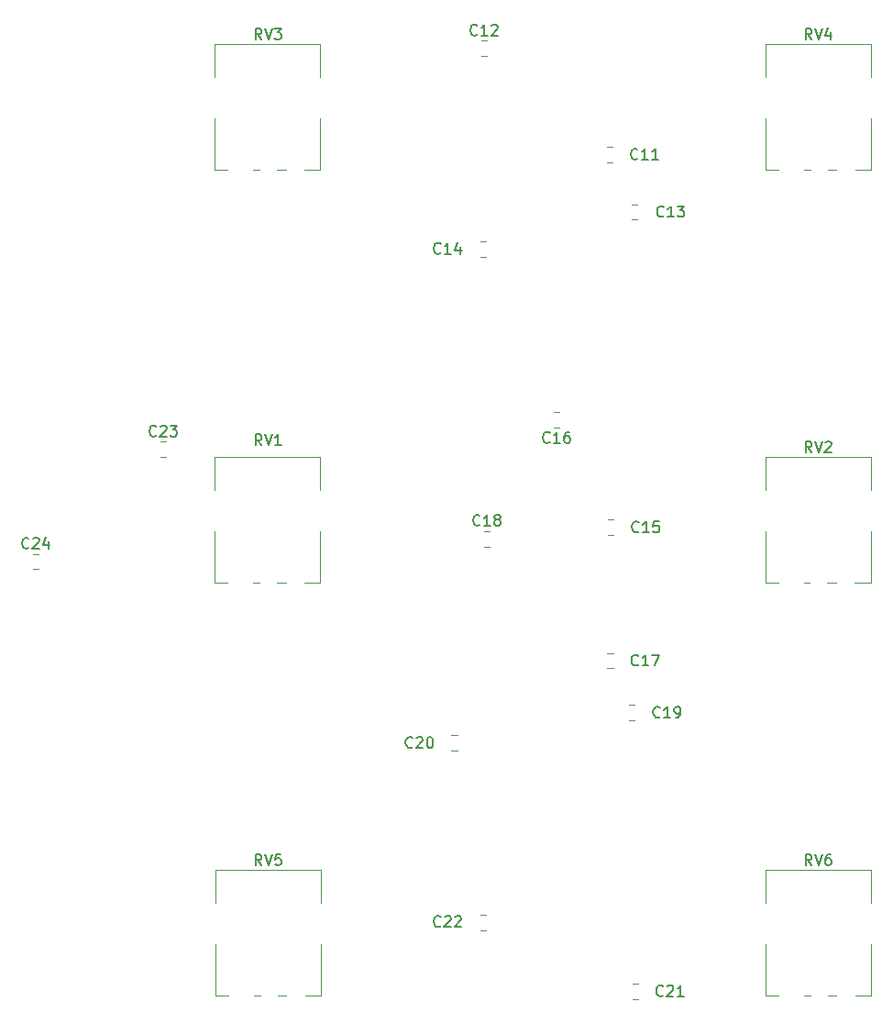
<source format=gbr>
%TF.GenerationSoftware,KiCad,Pcbnew,5.1.6-c6e7f7d~86~ubuntu18.04.1*%
%TF.CreationDate,2020-06-20T09:42:55-04:00*%
%TF.ProjectId,dual_MS20_VCF,6475616c-5f4d-4533-9230-5f5643462e6b,rev?*%
%TF.SameCoordinates,Original*%
%TF.FileFunction,Legend,Top*%
%TF.FilePolarity,Positive*%
%FSLAX46Y46*%
G04 Gerber Fmt 4.6, Leading zero omitted, Abs format (unit mm)*
G04 Created by KiCad (PCBNEW 5.1.6-c6e7f7d~86~ubuntu18.04.1) date 2020-06-20 09:42:55*
%MOMM*%
%LPD*%
G01*
G04 APERTURE LIST*
%ADD10C,0.120000*%
%ADD11C,0.150000*%
G04 APERTURE END LIST*
D10*
%TO.C,C24*%
X104013748Y-102060000D02*
X104536252Y-102060000D01*
X104013748Y-100640000D02*
X104536252Y-100640000D01*
%TO.C,C23*%
X115788748Y-91710000D02*
X116311252Y-91710000D01*
X115788748Y-90290000D02*
X116311252Y-90290000D01*
%TO.C,C22*%
X145313748Y-135360000D02*
X145836252Y-135360000D01*
X145313748Y-133940000D02*
X145836252Y-133940000D01*
%TO.C,C21*%
X159363748Y-141710000D02*
X159886252Y-141710000D01*
X159363748Y-140290000D02*
X159886252Y-140290000D01*
%TO.C,C20*%
X142663748Y-118810000D02*
X143186252Y-118810000D01*
X142663748Y-117390000D02*
X143186252Y-117390000D01*
%TO.C,C19*%
X159063748Y-116010000D02*
X159586252Y-116010000D01*
X159063748Y-114590000D02*
X159586252Y-114590000D01*
%TO.C,C18*%
X145663748Y-99960000D02*
X146186252Y-99960000D01*
X145663748Y-98540000D02*
X146186252Y-98540000D01*
%TO.C,C17*%
X157063748Y-111210000D02*
X157586252Y-111210000D01*
X157063748Y-109790000D02*
X157586252Y-109790000D01*
%TO.C,C16*%
X152636252Y-87590000D02*
X152113748Y-87590000D01*
X152636252Y-89010000D02*
X152113748Y-89010000D01*
%TO.C,C15*%
X157113748Y-98910000D02*
X157636252Y-98910000D01*
X157113748Y-97490000D02*
X157636252Y-97490000D01*
%TO.C,C14*%
X145313748Y-73210000D02*
X145836252Y-73210000D01*
X145313748Y-71790000D02*
X145836252Y-71790000D01*
%TO.C,C13*%
X159313748Y-69810000D02*
X159836252Y-69810000D01*
X159313748Y-68390000D02*
X159836252Y-68390000D01*
%TO.C,C12*%
X145413748Y-54710000D02*
X145936252Y-54710000D01*
X145413748Y-53290000D02*
X145936252Y-53290000D01*
%TO.C,C11*%
X157013748Y-64510000D02*
X157536252Y-64510000D01*
X157013748Y-63090000D02*
X157536252Y-63090000D01*
%TO.C,RV6*%
X178230000Y-141360000D02*
X177400000Y-141360000D01*
X175780000Y-141360000D02*
X175250000Y-141360000D01*
X172880000Y-141360000D02*
X171700000Y-141360000D01*
X181440000Y-141360000D02*
X181440000Y-136640000D01*
X171700000Y-132830000D02*
X171700000Y-129770000D01*
X171690000Y-141360000D02*
X171690000Y-136640000D01*
X181440000Y-132830000D02*
X181440000Y-129770000D01*
X181440000Y-141360000D02*
X179950000Y-141360000D01*
X181440000Y-129770000D02*
X171700000Y-129770000D01*
%TO.C,RV5*%
X127430000Y-141360000D02*
X126600000Y-141360000D01*
X124980000Y-141360000D02*
X124450000Y-141360000D01*
X122080000Y-141360000D02*
X120900000Y-141360000D01*
X130640000Y-141360000D02*
X130640000Y-136640000D01*
X120900000Y-132830000D02*
X120900000Y-129770000D01*
X120890000Y-141360000D02*
X120890000Y-136640000D01*
X130640000Y-132830000D02*
X130640000Y-129770000D01*
X130640000Y-141360000D02*
X129150000Y-141360000D01*
X130640000Y-129770000D02*
X120900000Y-129770000D01*
%TO.C,RV4*%
X178230000Y-65160000D02*
X177400000Y-65160000D01*
X175780000Y-65160000D02*
X175250000Y-65160000D01*
X172880000Y-65160000D02*
X171700000Y-65160000D01*
X181440000Y-65160000D02*
X181440000Y-60440000D01*
X171700000Y-56630000D02*
X171700000Y-53570000D01*
X171690000Y-65160000D02*
X171690000Y-60440000D01*
X181440000Y-56630000D02*
X181440000Y-53570000D01*
X181440000Y-65160000D02*
X179950000Y-65160000D01*
X181440000Y-53570000D02*
X171700000Y-53570000D01*
%TO.C,RV3*%
X127350000Y-65160000D02*
X126520000Y-65160000D01*
X124900000Y-65160000D02*
X124370000Y-65160000D01*
X122000000Y-65160000D02*
X120820000Y-65160000D01*
X130560000Y-65160000D02*
X130560000Y-60440000D01*
X120820000Y-56630000D02*
X120820000Y-53570000D01*
X120810000Y-65160000D02*
X120810000Y-60440000D01*
X130560000Y-56630000D02*
X130560000Y-53570000D01*
X130560000Y-65160000D02*
X129070000Y-65160000D01*
X130560000Y-53570000D02*
X120820000Y-53570000D01*
%TO.C,RV2*%
X178190000Y-103260000D02*
X177360000Y-103260000D01*
X175740000Y-103260000D02*
X175210000Y-103260000D01*
X172840000Y-103260000D02*
X171660000Y-103260000D01*
X181400000Y-103260000D02*
X181400000Y-98540000D01*
X171660000Y-94730000D02*
X171660000Y-91670000D01*
X171650000Y-103260000D02*
X171650000Y-98540000D01*
X181400000Y-94730000D02*
X181400000Y-91670000D01*
X181400000Y-103260000D02*
X179910000Y-103260000D01*
X181400000Y-91670000D02*
X171660000Y-91670000D01*
%TO.C,RV1*%
X127350000Y-103260000D02*
X126520000Y-103260000D01*
X124900000Y-103260000D02*
X124370000Y-103260000D01*
X122000000Y-103260000D02*
X120820000Y-103260000D01*
X130560000Y-103260000D02*
X130560000Y-98540000D01*
X120820000Y-94730000D02*
X120820000Y-91670000D01*
X120810000Y-103260000D02*
X120810000Y-98540000D01*
X130560000Y-94730000D02*
X130560000Y-91670000D01*
X130560000Y-103260000D02*
X129070000Y-103260000D01*
X130560000Y-91670000D02*
X120820000Y-91670000D01*
%TO.C,C24*%
D11*
X103632142Y-100057142D02*
X103584523Y-100104761D01*
X103441666Y-100152380D01*
X103346428Y-100152380D01*
X103203571Y-100104761D01*
X103108333Y-100009523D01*
X103060714Y-99914285D01*
X103013095Y-99723809D01*
X103013095Y-99580952D01*
X103060714Y-99390476D01*
X103108333Y-99295238D01*
X103203571Y-99200000D01*
X103346428Y-99152380D01*
X103441666Y-99152380D01*
X103584523Y-99200000D01*
X103632142Y-99247619D01*
X104013095Y-99247619D02*
X104060714Y-99200000D01*
X104155952Y-99152380D01*
X104394047Y-99152380D01*
X104489285Y-99200000D01*
X104536904Y-99247619D01*
X104584523Y-99342857D01*
X104584523Y-99438095D01*
X104536904Y-99580952D01*
X103965476Y-100152380D01*
X104584523Y-100152380D01*
X105441666Y-99485714D02*
X105441666Y-100152380D01*
X105203571Y-99104761D02*
X104965476Y-99819047D01*
X105584523Y-99819047D01*
%TO.C,C23*%
X115407142Y-89707142D02*
X115359523Y-89754761D01*
X115216666Y-89802380D01*
X115121428Y-89802380D01*
X114978571Y-89754761D01*
X114883333Y-89659523D01*
X114835714Y-89564285D01*
X114788095Y-89373809D01*
X114788095Y-89230952D01*
X114835714Y-89040476D01*
X114883333Y-88945238D01*
X114978571Y-88850000D01*
X115121428Y-88802380D01*
X115216666Y-88802380D01*
X115359523Y-88850000D01*
X115407142Y-88897619D01*
X115788095Y-88897619D02*
X115835714Y-88850000D01*
X115930952Y-88802380D01*
X116169047Y-88802380D01*
X116264285Y-88850000D01*
X116311904Y-88897619D01*
X116359523Y-88992857D01*
X116359523Y-89088095D01*
X116311904Y-89230952D01*
X115740476Y-89802380D01*
X116359523Y-89802380D01*
X116692857Y-88802380D02*
X117311904Y-88802380D01*
X116978571Y-89183333D01*
X117121428Y-89183333D01*
X117216666Y-89230952D01*
X117264285Y-89278571D01*
X117311904Y-89373809D01*
X117311904Y-89611904D01*
X117264285Y-89707142D01*
X117216666Y-89754761D01*
X117121428Y-89802380D01*
X116835714Y-89802380D01*
X116740476Y-89754761D01*
X116692857Y-89707142D01*
%TO.C,C22*%
X141657142Y-134957142D02*
X141609523Y-135004761D01*
X141466666Y-135052380D01*
X141371428Y-135052380D01*
X141228571Y-135004761D01*
X141133333Y-134909523D01*
X141085714Y-134814285D01*
X141038095Y-134623809D01*
X141038095Y-134480952D01*
X141085714Y-134290476D01*
X141133333Y-134195238D01*
X141228571Y-134100000D01*
X141371428Y-134052380D01*
X141466666Y-134052380D01*
X141609523Y-134100000D01*
X141657142Y-134147619D01*
X142038095Y-134147619D02*
X142085714Y-134100000D01*
X142180952Y-134052380D01*
X142419047Y-134052380D01*
X142514285Y-134100000D01*
X142561904Y-134147619D01*
X142609523Y-134242857D01*
X142609523Y-134338095D01*
X142561904Y-134480952D01*
X141990476Y-135052380D01*
X142609523Y-135052380D01*
X142990476Y-134147619D02*
X143038095Y-134100000D01*
X143133333Y-134052380D01*
X143371428Y-134052380D01*
X143466666Y-134100000D01*
X143514285Y-134147619D01*
X143561904Y-134242857D01*
X143561904Y-134338095D01*
X143514285Y-134480952D01*
X142942857Y-135052380D01*
X143561904Y-135052380D01*
%TO.C,C21*%
X162207142Y-141357142D02*
X162159523Y-141404761D01*
X162016666Y-141452380D01*
X161921428Y-141452380D01*
X161778571Y-141404761D01*
X161683333Y-141309523D01*
X161635714Y-141214285D01*
X161588095Y-141023809D01*
X161588095Y-140880952D01*
X161635714Y-140690476D01*
X161683333Y-140595238D01*
X161778571Y-140500000D01*
X161921428Y-140452380D01*
X162016666Y-140452380D01*
X162159523Y-140500000D01*
X162207142Y-140547619D01*
X162588095Y-140547619D02*
X162635714Y-140500000D01*
X162730952Y-140452380D01*
X162969047Y-140452380D01*
X163064285Y-140500000D01*
X163111904Y-140547619D01*
X163159523Y-140642857D01*
X163159523Y-140738095D01*
X163111904Y-140880952D01*
X162540476Y-141452380D01*
X163159523Y-141452380D01*
X164111904Y-141452380D02*
X163540476Y-141452380D01*
X163826190Y-141452380D02*
X163826190Y-140452380D01*
X163730952Y-140595238D01*
X163635714Y-140690476D01*
X163540476Y-140738095D01*
%TO.C,C20*%
X139057142Y-118457142D02*
X139009523Y-118504761D01*
X138866666Y-118552380D01*
X138771428Y-118552380D01*
X138628571Y-118504761D01*
X138533333Y-118409523D01*
X138485714Y-118314285D01*
X138438095Y-118123809D01*
X138438095Y-117980952D01*
X138485714Y-117790476D01*
X138533333Y-117695238D01*
X138628571Y-117600000D01*
X138771428Y-117552380D01*
X138866666Y-117552380D01*
X139009523Y-117600000D01*
X139057142Y-117647619D01*
X139438095Y-117647619D02*
X139485714Y-117600000D01*
X139580952Y-117552380D01*
X139819047Y-117552380D01*
X139914285Y-117600000D01*
X139961904Y-117647619D01*
X140009523Y-117742857D01*
X140009523Y-117838095D01*
X139961904Y-117980952D01*
X139390476Y-118552380D01*
X140009523Y-118552380D01*
X140628571Y-117552380D02*
X140723809Y-117552380D01*
X140819047Y-117600000D01*
X140866666Y-117647619D01*
X140914285Y-117742857D01*
X140961904Y-117933333D01*
X140961904Y-118171428D01*
X140914285Y-118361904D01*
X140866666Y-118457142D01*
X140819047Y-118504761D01*
X140723809Y-118552380D01*
X140628571Y-118552380D01*
X140533333Y-118504761D01*
X140485714Y-118457142D01*
X140438095Y-118361904D01*
X140390476Y-118171428D01*
X140390476Y-117933333D01*
X140438095Y-117742857D01*
X140485714Y-117647619D01*
X140533333Y-117600000D01*
X140628571Y-117552380D01*
%TO.C,C19*%
X161907142Y-115657142D02*
X161859523Y-115704761D01*
X161716666Y-115752380D01*
X161621428Y-115752380D01*
X161478571Y-115704761D01*
X161383333Y-115609523D01*
X161335714Y-115514285D01*
X161288095Y-115323809D01*
X161288095Y-115180952D01*
X161335714Y-114990476D01*
X161383333Y-114895238D01*
X161478571Y-114800000D01*
X161621428Y-114752380D01*
X161716666Y-114752380D01*
X161859523Y-114800000D01*
X161907142Y-114847619D01*
X162859523Y-115752380D02*
X162288095Y-115752380D01*
X162573809Y-115752380D02*
X162573809Y-114752380D01*
X162478571Y-114895238D01*
X162383333Y-114990476D01*
X162288095Y-115038095D01*
X163335714Y-115752380D02*
X163526190Y-115752380D01*
X163621428Y-115704761D01*
X163669047Y-115657142D01*
X163764285Y-115514285D01*
X163811904Y-115323809D01*
X163811904Y-114942857D01*
X163764285Y-114847619D01*
X163716666Y-114800000D01*
X163621428Y-114752380D01*
X163430952Y-114752380D01*
X163335714Y-114800000D01*
X163288095Y-114847619D01*
X163240476Y-114942857D01*
X163240476Y-115180952D01*
X163288095Y-115276190D01*
X163335714Y-115323809D01*
X163430952Y-115371428D01*
X163621428Y-115371428D01*
X163716666Y-115323809D01*
X163764285Y-115276190D01*
X163811904Y-115180952D01*
%TO.C,C18*%
X145282142Y-97957142D02*
X145234523Y-98004761D01*
X145091666Y-98052380D01*
X144996428Y-98052380D01*
X144853571Y-98004761D01*
X144758333Y-97909523D01*
X144710714Y-97814285D01*
X144663095Y-97623809D01*
X144663095Y-97480952D01*
X144710714Y-97290476D01*
X144758333Y-97195238D01*
X144853571Y-97100000D01*
X144996428Y-97052380D01*
X145091666Y-97052380D01*
X145234523Y-97100000D01*
X145282142Y-97147619D01*
X146234523Y-98052380D02*
X145663095Y-98052380D01*
X145948809Y-98052380D02*
X145948809Y-97052380D01*
X145853571Y-97195238D01*
X145758333Y-97290476D01*
X145663095Y-97338095D01*
X146805952Y-97480952D02*
X146710714Y-97433333D01*
X146663095Y-97385714D01*
X146615476Y-97290476D01*
X146615476Y-97242857D01*
X146663095Y-97147619D01*
X146710714Y-97100000D01*
X146805952Y-97052380D01*
X146996428Y-97052380D01*
X147091666Y-97100000D01*
X147139285Y-97147619D01*
X147186904Y-97242857D01*
X147186904Y-97290476D01*
X147139285Y-97385714D01*
X147091666Y-97433333D01*
X146996428Y-97480952D01*
X146805952Y-97480952D01*
X146710714Y-97528571D01*
X146663095Y-97576190D01*
X146615476Y-97671428D01*
X146615476Y-97861904D01*
X146663095Y-97957142D01*
X146710714Y-98004761D01*
X146805952Y-98052380D01*
X146996428Y-98052380D01*
X147091666Y-98004761D01*
X147139285Y-97957142D01*
X147186904Y-97861904D01*
X147186904Y-97671428D01*
X147139285Y-97576190D01*
X147091666Y-97528571D01*
X146996428Y-97480952D01*
%TO.C,C17*%
X159907142Y-110857142D02*
X159859523Y-110904761D01*
X159716666Y-110952380D01*
X159621428Y-110952380D01*
X159478571Y-110904761D01*
X159383333Y-110809523D01*
X159335714Y-110714285D01*
X159288095Y-110523809D01*
X159288095Y-110380952D01*
X159335714Y-110190476D01*
X159383333Y-110095238D01*
X159478571Y-110000000D01*
X159621428Y-109952380D01*
X159716666Y-109952380D01*
X159859523Y-110000000D01*
X159907142Y-110047619D01*
X160859523Y-110952380D02*
X160288095Y-110952380D01*
X160573809Y-110952380D02*
X160573809Y-109952380D01*
X160478571Y-110095238D01*
X160383333Y-110190476D01*
X160288095Y-110238095D01*
X161192857Y-109952380D02*
X161859523Y-109952380D01*
X161430952Y-110952380D01*
%TO.C,C16*%
X151732142Y-90307142D02*
X151684523Y-90354761D01*
X151541666Y-90402380D01*
X151446428Y-90402380D01*
X151303571Y-90354761D01*
X151208333Y-90259523D01*
X151160714Y-90164285D01*
X151113095Y-89973809D01*
X151113095Y-89830952D01*
X151160714Y-89640476D01*
X151208333Y-89545238D01*
X151303571Y-89450000D01*
X151446428Y-89402380D01*
X151541666Y-89402380D01*
X151684523Y-89450000D01*
X151732142Y-89497619D01*
X152684523Y-90402380D02*
X152113095Y-90402380D01*
X152398809Y-90402380D02*
X152398809Y-89402380D01*
X152303571Y-89545238D01*
X152208333Y-89640476D01*
X152113095Y-89688095D01*
X153541666Y-89402380D02*
X153351190Y-89402380D01*
X153255952Y-89450000D01*
X153208333Y-89497619D01*
X153113095Y-89640476D01*
X153065476Y-89830952D01*
X153065476Y-90211904D01*
X153113095Y-90307142D01*
X153160714Y-90354761D01*
X153255952Y-90402380D01*
X153446428Y-90402380D01*
X153541666Y-90354761D01*
X153589285Y-90307142D01*
X153636904Y-90211904D01*
X153636904Y-89973809D01*
X153589285Y-89878571D01*
X153541666Y-89830952D01*
X153446428Y-89783333D01*
X153255952Y-89783333D01*
X153160714Y-89830952D01*
X153113095Y-89878571D01*
X153065476Y-89973809D01*
%TO.C,C15*%
X159957142Y-98557142D02*
X159909523Y-98604761D01*
X159766666Y-98652380D01*
X159671428Y-98652380D01*
X159528571Y-98604761D01*
X159433333Y-98509523D01*
X159385714Y-98414285D01*
X159338095Y-98223809D01*
X159338095Y-98080952D01*
X159385714Y-97890476D01*
X159433333Y-97795238D01*
X159528571Y-97700000D01*
X159671428Y-97652380D01*
X159766666Y-97652380D01*
X159909523Y-97700000D01*
X159957142Y-97747619D01*
X160909523Y-98652380D02*
X160338095Y-98652380D01*
X160623809Y-98652380D02*
X160623809Y-97652380D01*
X160528571Y-97795238D01*
X160433333Y-97890476D01*
X160338095Y-97938095D01*
X161814285Y-97652380D02*
X161338095Y-97652380D01*
X161290476Y-98128571D01*
X161338095Y-98080952D01*
X161433333Y-98033333D01*
X161671428Y-98033333D01*
X161766666Y-98080952D01*
X161814285Y-98128571D01*
X161861904Y-98223809D01*
X161861904Y-98461904D01*
X161814285Y-98557142D01*
X161766666Y-98604761D01*
X161671428Y-98652380D01*
X161433333Y-98652380D01*
X161338095Y-98604761D01*
X161290476Y-98557142D01*
%TO.C,C14*%
X141657142Y-72857142D02*
X141609523Y-72904761D01*
X141466666Y-72952380D01*
X141371428Y-72952380D01*
X141228571Y-72904761D01*
X141133333Y-72809523D01*
X141085714Y-72714285D01*
X141038095Y-72523809D01*
X141038095Y-72380952D01*
X141085714Y-72190476D01*
X141133333Y-72095238D01*
X141228571Y-72000000D01*
X141371428Y-71952380D01*
X141466666Y-71952380D01*
X141609523Y-72000000D01*
X141657142Y-72047619D01*
X142609523Y-72952380D02*
X142038095Y-72952380D01*
X142323809Y-72952380D02*
X142323809Y-71952380D01*
X142228571Y-72095238D01*
X142133333Y-72190476D01*
X142038095Y-72238095D01*
X143466666Y-72285714D02*
X143466666Y-72952380D01*
X143228571Y-71904761D02*
X142990476Y-72619047D01*
X143609523Y-72619047D01*
%TO.C,C13*%
X162257142Y-69457142D02*
X162209523Y-69504761D01*
X162066666Y-69552380D01*
X161971428Y-69552380D01*
X161828571Y-69504761D01*
X161733333Y-69409523D01*
X161685714Y-69314285D01*
X161638095Y-69123809D01*
X161638095Y-68980952D01*
X161685714Y-68790476D01*
X161733333Y-68695238D01*
X161828571Y-68600000D01*
X161971428Y-68552380D01*
X162066666Y-68552380D01*
X162209523Y-68600000D01*
X162257142Y-68647619D01*
X163209523Y-69552380D02*
X162638095Y-69552380D01*
X162923809Y-69552380D02*
X162923809Y-68552380D01*
X162828571Y-68695238D01*
X162733333Y-68790476D01*
X162638095Y-68838095D01*
X163542857Y-68552380D02*
X164161904Y-68552380D01*
X163828571Y-68933333D01*
X163971428Y-68933333D01*
X164066666Y-68980952D01*
X164114285Y-69028571D01*
X164161904Y-69123809D01*
X164161904Y-69361904D01*
X164114285Y-69457142D01*
X164066666Y-69504761D01*
X163971428Y-69552380D01*
X163685714Y-69552380D01*
X163590476Y-69504761D01*
X163542857Y-69457142D01*
%TO.C,C12*%
X145032142Y-52707142D02*
X144984523Y-52754761D01*
X144841666Y-52802380D01*
X144746428Y-52802380D01*
X144603571Y-52754761D01*
X144508333Y-52659523D01*
X144460714Y-52564285D01*
X144413095Y-52373809D01*
X144413095Y-52230952D01*
X144460714Y-52040476D01*
X144508333Y-51945238D01*
X144603571Y-51850000D01*
X144746428Y-51802380D01*
X144841666Y-51802380D01*
X144984523Y-51850000D01*
X145032142Y-51897619D01*
X145984523Y-52802380D02*
X145413095Y-52802380D01*
X145698809Y-52802380D02*
X145698809Y-51802380D01*
X145603571Y-51945238D01*
X145508333Y-52040476D01*
X145413095Y-52088095D01*
X146365476Y-51897619D02*
X146413095Y-51850000D01*
X146508333Y-51802380D01*
X146746428Y-51802380D01*
X146841666Y-51850000D01*
X146889285Y-51897619D01*
X146936904Y-51992857D01*
X146936904Y-52088095D01*
X146889285Y-52230952D01*
X146317857Y-52802380D01*
X146936904Y-52802380D01*
%TO.C,C11*%
X159857142Y-64157142D02*
X159809523Y-64204761D01*
X159666666Y-64252380D01*
X159571428Y-64252380D01*
X159428571Y-64204761D01*
X159333333Y-64109523D01*
X159285714Y-64014285D01*
X159238095Y-63823809D01*
X159238095Y-63680952D01*
X159285714Y-63490476D01*
X159333333Y-63395238D01*
X159428571Y-63300000D01*
X159571428Y-63252380D01*
X159666666Y-63252380D01*
X159809523Y-63300000D01*
X159857142Y-63347619D01*
X160809523Y-64252380D02*
X160238095Y-64252380D01*
X160523809Y-64252380D02*
X160523809Y-63252380D01*
X160428571Y-63395238D01*
X160333333Y-63490476D01*
X160238095Y-63538095D01*
X161761904Y-64252380D02*
X161190476Y-64252380D01*
X161476190Y-64252380D02*
X161476190Y-63252380D01*
X161380952Y-63395238D01*
X161285714Y-63490476D01*
X161190476Y-63538095D01*
%TO.C,RV6*%
X175934761Y-129357380D02*
X175601428Y-128881190D01*
X175363333Y-129357380D02*
X175363333Y-128357380D01*
X175744285Y-128357380D01*
X175839523Y-128405000D01*
X175887142Y-128452619D01*
X175934761Y-128547857D01*
X175934761Y-128690714D01*
X175887142Y-128785952D01*
X175839523Y-128833571D01*
X175744285Y-128881190D01*
X175363333Y-128881190D01*
X176220476Y-128357380D02*
X176553809Y-129357380D01*
X176887142Y-128357380D01*
X177649047Y-128357380D02*
X177458571Y-128357380D01*
X177363333Y-128405000D01*
X177315714Y-128452619D01*
X177220476Y-128595476D01*
X177172857Y-128785952D01*
X177172857Y-129166904D01*
X177220476Y-129262142D01*
X177268095Y-129309761D01*
X177363333Y-129357380D01*
X177553809Y-129357380D01*
X177649047Y-129309761D01*
X177696666Y-129262142D01*
X177744285Y-129166904D01*
X177744285Y-128928809D01*
X177696666Y-128833571D01*
X177649047Y-128785952D01*
X177553809Y-128738333D01*
X177363333Y-128738333D01*
X177268095Y-128785952D01*
X177220476Y-128833571D01*
X177172857Y-128928809D01*
%TO.C,RV5*%
X125134761Y-129357380D02*
X124801428Y-128881190D01*
X124563333Y-129357380D02*
X124563333Y-128357380D01*
X124944285Y-128357380D01*
X125039523Y-128405000D01*
X125087142Y-128452619D01*
X125134761Y-128547857D01*
X125134761Y-128690714D01*
X125087142Y-128785952D01*
X125039523Y-128833571D01*
X124944285Y-128881190D01*
X124563333Y-128881190D01*
X125420476Y-128357380D02*
X125753809Y-129357380D01*
X126087142Y-128357380D01*
X126896666Y-128357380D02*
X126420476Y-128357380D01*
X126372857Y-128833571D01*
X126420476Y-128785952D01*
X126515714Y-128738333D01*
X126753809Y-128738333D01*
X126849047Y-128785952D01*
X126896666Y-128833571D01*
X126944285Y-128928809D01*
X126944285Y-129166904D01*
X126896666Y-129262142D01*
X126849047Y-129309761D01*
X126753809Y-129357380D01*
X126515714Y-129357380D01*
X126420476Y-129309761D01*
X126372857Y-129262142D01*
%TO.C,RV4*%
X175934761Y-53157380D02*
X175601428Y-52681190D01*
X175363333Y-53157380D02*
X175363333Y-52157380D01*
X175744285Y-52157380D01*
X175839523Y-52205000D01*
X175887142Y-52252619D01*
X175934761Y-52347857D01*
X175934761Y-52490714D01*
X175887142Y-52585952D01*
X175839523Y-52633571D01*
X175744285Y-52681190D01*
X175363333Y-52681190D01*
X176220476Y-52157380D02*
X176553809Y-53157380D01*
X176887142Y-52157380D01*
X177649047Y-52490714D02*
X177649047Y-53157380D01*
X177410952Y-52109761D02*
X177172857Y-52824047D01*
X177791904Y-52824047D01*
%TO.C,RV3*%
X125134761Y-53157380D02*
X124801428Y-52681190D01*
X124563333Y-53157380D02*
X124563333Y-52157380D01*
X124944285Y-52157380D01*
X125039523Y-52205000D01*
X125087142Y-52252619D01*
X125134761Y-52347857D01*
X125134761Y-52490714D01*
X125087142Y-52585952D01*
X125039523Y-52633571D01*
X124944285Y-52681190D01*
X124563333Y-52681190D01*
X125420476Y-52157380D02*
X125753809Y-53157380D01*
X126087142Y-52157380D01*
X126325238Y-52157380D02*
X126944285Y-52157380D01*
X126610952Y-52538333D01*
X126753809Y-52538333D01*
X126849047Y-52585952D01*
X126896666Y-52633571D01*
X126944285Y-52728809D01*
X126944285Y-52966904D01*
X126896666Y-53062142D01*
X126849047Y-53109761D01*
X126753809Y-53157380D01*
X126468095Y-53157380D01*
X126372857Y-53109761D01*
X126325238Y-53062142D01*
%TO.C,RV2*%
X175934761Y-91257380D02*
X175601428Y-90781190D01*
X175363333Y-91257380D02*
X175363333Y-90257380D01*
X175744285Y-90257380D01*
X175839523Y-90305000D01*
X175887142Y-90352619D01*
X175934761Y-90447857D01*
X175934761Y-90590714D01*
X175887142Y-90685952D01*
X175839523Y-90733571D01*
X175744285Y-90781190D01*
X175363333Y-90781190D01*
X176220476Y-90257380D02*
X176553809Y-91257380D01*
X176887142Y-90257380D01*
X177172857Y-90352619D02*
X177220476Y-90305000D01*
X177315714Y-90257380D01*
X177553809Y-90257380D01*
X177649047Y-90305000D01*
X177696666Y-90352619D01*
X177744285Y-90447857D01*
X177744285Y-90543095D01*
X177696666Y-90685952D01*
X177125238Y-91257380D01*
X177744285Y-91257380D01*
%TO.C,RV1*%
X125134761Y-90622380D02*
X124801428Y-90146190D01*
X124563333Y-90622380D02*
X124563333Y-89622380D01*
X124944285Y-89622380D01*
X125039523Y-89670000D01*
X125087142Y-89717619D01*
X125134761Y-89812857D01*
X125134761Y-89955714D01*
X125087142Y-90050952D01*
X125039523Y-90098571D01*
X124944285Y-90146190D01*
X124563333Y-90146190D01*
X125420476Y-89622380D02*
X125753809Y-90622380D01*
X126087142Y-89622380D01*
X126944285Y-90622380D02*
X126372857Y-90622380D01*
X126658571Y-90622380D02*
X126658571Y-89622380D01*
X126563333Y-89765238D01*
X126468095Y-89860476D01*
X126372857Y-89908095D01*
%TD*%
M02*

</source>
